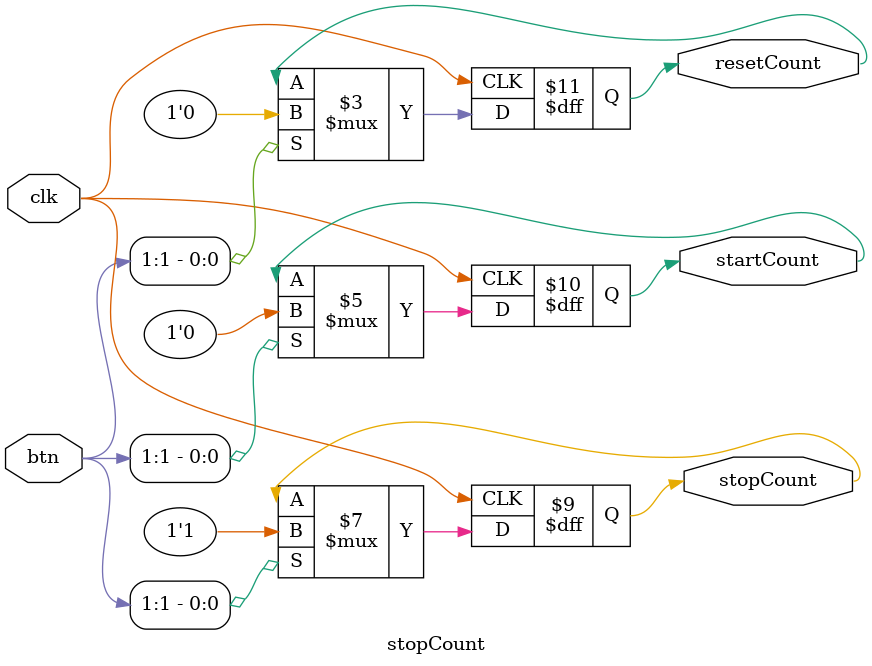
<source format=v>
`timescale 1ns / 1ps


module stopCount(input clk,input [3:0]btn,output reg startCount,output reg stopCount,output reg resetCount);
  
        always @(posedge clk) begin 
            if(btn[1]==1'b1)begin 
                resetCount <=1'b0;
                startCount<=1'b0;
                stopCount<=1'b1;
            end 
        end 
endmodule

</source>
